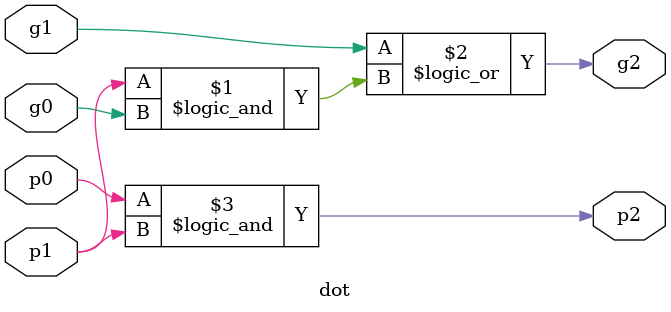
<source format=v>
module bk_adder_32(
    input	[31:0]	a,
    input   [31:0]  b,
    input 			cin,
    output 	[31:0]	sum,
    output		    cout
);
    //P,G
    wire [31:0] G, P, Carry, g, p;
    assign g = a & b;
    assign p = a ^ b;
    
    assign G = {g[31:1], (g[0]||(p[0]&&cin))};
    assign P = p;
    
    //level_1
    wire [15:0] level_1_G, level_1_P;
    genvar i;
    generate
        for(i=0; i<16; i=i+1)begin:level_1
            dot level_1_dot_u(G[i*2], P[i*2], G[i*2+1], P[i*2+1], level_1_G[i], level_1_P[i]);
        end
    endgenerate

    //level_2
    wire [7:0] level_2_G, level_2_P;
    generate
        for(i=0; i<8; i=i+1)begin:level_2
            dot level_2_dot_u(level_1_G[i*2], level_1_P[i*2], level_1_G[i*2+1], level_1_P[i*2+1], level_2_G[i], level_2_P[i]);
        end
    endgenerate

    //level_3
    wire [3:0] level_3_G, level_3_P;
    generate
        for(i=0; i<4; i=i+1)begin:level_3
            dot level_3_dot_u(level_2_G[i*2], level_2_P[i*2], level_2_G[i*2+1], level_2_P[i*2+1], level_3_G[i], level_3_P[i]);
        end
    endgenerate

    //level_4
    wire [1:0] level_4_G, level_4_P;
    dot level_4_dot_u1(level_3_G[0], level_3_P[0], level_3_G[1], level_3_P[1], level_4_G[0], level_4_P[0]);
    dot level_4_dot_u2(level_3_G[2], level_3_P[2], level_3_G[3], level_3_P[3], level_4_G[1], level_4_P[1]);

    //level_5
    wire level_5_G, level_5_P;
    dot level_5_dot_u(level_4_G[0], level_4_P[0], level_4_G[1], level_4_P[1], level_5_G, level_5_P);//Cout

    //level_6
    wire level_6_G, level_6_P;
    dot level_6_dot_u(level_4_G[0], level_4_P[0], level_3_G[2], level_3_P[2], level_6_G, level_6_P);//Carry[24]--(16+8)/2

    //level_7
    wire [2:0] level_7_G, level_7_P;
    dot level_7_dot_u1(level_3_G[0], level_3_P[0], level_2_G[2], level_2_P[2], level_7_G[0], level_7_P[0]);
    dot level_7_dot_u2(level_4_G[0], level_4_P[0], level_2_G[4], level_2_P[4], level_7_G[1], level_7_P[1]);
    dot level_7_dot_u3(level_6_G, level_6_P, level_2_G[6], level_2_P[6], level_7_G[2], level_7_P[2]);

    //level_8
    wire [6:0] level_8_G, level_8_P;
    dot level_8_dot_u1(level_2_G[0], level_2_P[0], level_1_G[2], level_1_P[2], level_8_G[0], level_8_P[0]);
    dot level_8_dot_u2(level_3_G[0], level_3_P[0], level_1_G[4], level_1_P[4], level_8_G[1], level_8_P[1]);
    dot level_8_dot_u3(level_7_G[0], level_7_P[0], level_1_G[6], level_1_P[6], level_8_G[2], level_8_P[2]);
    dot level_8_dot_u4(level_4_G[0], level_4_P[0], level_1_G[8], level_1_P[8], level_8_G[3], level_8_P[3]);
    dot level_8_dot_u5(level_7_G[1], level_7_P[1], level_1_G[10], level_1_P[10], level_8_G[4], level_8_P[4]);
    dot level_8_dot_u6(level_6_G, level_6_P, level_1_G[12], level_1_P[12], level_8_G[5], level_8_P[5]);
    dot level_8_dot_u7(level_7_G[2], level_7_P[2], level_1_G[14], level_1_P[14], level_8_G[6], level_8_P[6]);

    //level_9
    wire [14:0] level_9_G, level_9_P;
    dot level_9_dot_u1(level_1_G[0], level_1_P[0], G[2], P[2], level_9_G[0], level_9_P[0]);
    dot level_9_dot_u2(level_2_G[0], level_2_P[0], G[4], P[4], level_9_G[1], level_9_P[1]);
    dot level_9_dot_u3(level_8_G[0], level_8_P[0], G[6], P[6], level_9_G[2], level_9_P[2]);
    dot level_9_dot_u4(level_3_G[0], level_3_P[0], G[8], P[8], level_9_G[3], level_9_P[3]);
    dot level_9_dot_u5(level_8_G[1], level_8_P[1], G[10], P[10], level_9_G[4], level_9_P[4]);
    dot level_9_dot_u6(level_7_G[0], level_7_P[0], G[12], P[12], level_9_G[5], level_9_P[5]);
    dot level_9_dot_u7(level_8_G[2], level_8_P[2], G[14], P[14], level_9_G[6], level_9_P[6]);
    dot level_9_dot_u8(level_4_G[0], level_4_P[0], G[16], P[16], level_9_G[7], level_9_P[7]);
    dot level_9_dot_u9(level_8_G[3], level_8_P[3], G[18], P[18], level_9_G[8], level_9_P[8]);
    dot level_9_dot_u10(level_7_G[1], level_7_P[1], G[20], P[20], level_9_G[9], level_9_P[9]);
    dot level_9_dot_u11(level_8_G[4], level_8_P[4], G[22], P[22], level_9_G[10], level_9_P[10]);
    dot level_9_dot_u12(level_6_G, level_2_P, G[24], P[24], level_9_G[11], level_9_P[11]);
    dot level_9_dot_u13(level_8_G[5], level_8_P[5], G[26], P[26], level_9_G[12], level_9_P[12]);
    dot level_9_dot_u14(level_7_G[2], level_7_P[2], G[28], P[28], level_9_G[13], level_9_P[13]);
    dot level_9_dot_u15(level_8_G[6], level_8_P[6], G[30], P[30], level_9_G[14], level_9_P[14]);

    //Carry
    assign Carry[0] = cin;
    assign Carry[1] = G[0];
    assign Carry[2] = level_1_G[0];
    assign Carry[3] = level_9_G[0];
    assign Carry[4] = level_2_G[0];
    assign Carry[5] = level_9_G[1];
    assign Carry[6] = level_8_G[0];
    assign Carry[7] = level_9_G[2];
    assign Carry[8] = level_3_G[0];
    assign Carry[9] = level_9_G[3];
    assign Carry[10] = level_8_G[1];
    assign Carry[11] = level_9_G[4];
    assign Carry[12] = level_7_G[0];
    assign Carry[13] = level_9_G[5];
    assign Carry[14] = level_8_G[2];
    assign Carry[15] = level_9_G[6];
    assign Carry[16] = level_4_G[0];
    assign Carry[17] = level_9_G[7];
    assign Carry[18] = level_8_G[3];
    assign Carry[19] = level_9_G[8];
    assign Carry[20] = level_7_G[1];
    assign Carry[21] = level_9_G[9];
    assign Carry[22] = level_8_G[4];
    assign Carry[23] = level_9_G[10];
    assign Carry[24] = level_6_G;
    assign Carry[25] = level_9_G[11];
    assign Carry[26] = level_8_G[5];
    assign Carry[27] = level_9_G[12];
    assign Carry[28] = level_7_G[2];
    assign Carry[29] = level_9_G[13];
    assign Carry[30] = level_8_G[6];
    assign Carry[31] = level_9_G[14];

    //cout
    assign cout = level_5_G;
    assign sum = p ^ Carry;

endmodule

module dot(
    input g0,
    input p0,
    input g1,
    input p1,
    output g2,
    output p2
);

    assign g2 = g1 || (p1&&g0);
    assign p2 = p0 && p1;

endmodule

</source>
